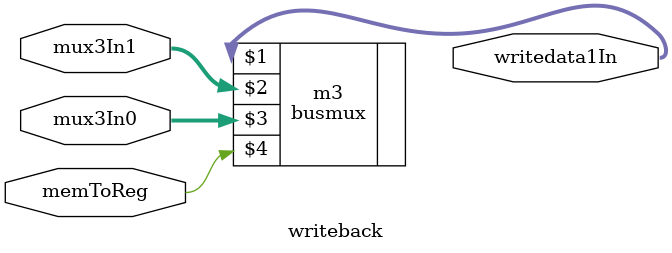
<source format=v>
module writeback(
	output [63:0] writedata1In,
	input memToReg,
	input [63:0] mux3In1,
	input [63:0] mux3In0
);

	busmux m3(writedata1In, mux3In1, mux3In0, memToReg);

endmodule

</source>
